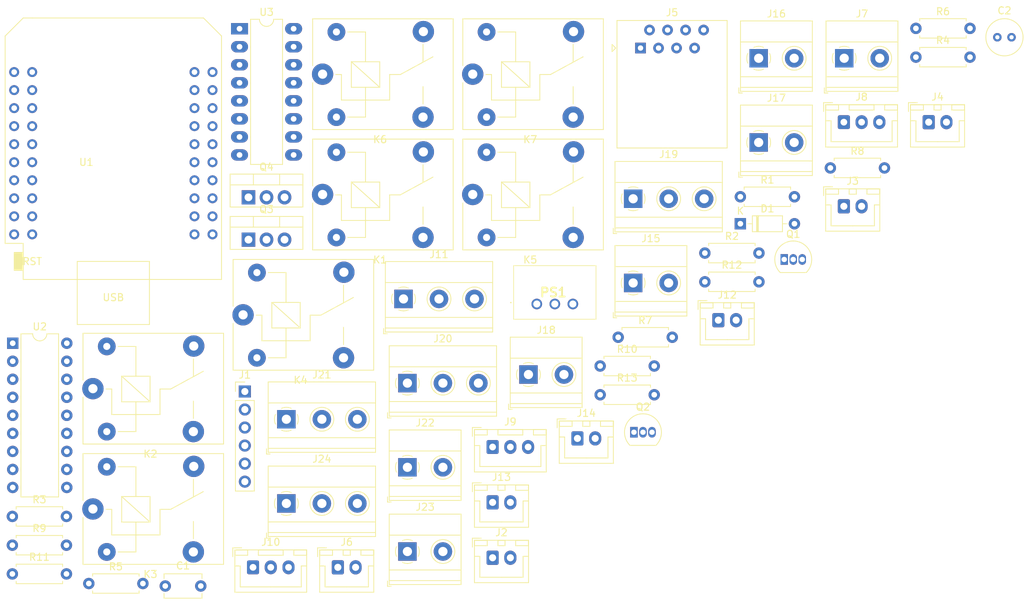
<source format=kicad_pcb>
(kicad_pcb (version 20211014) (generator pcbnew)
  (layers (0 "F.Cu" signal) (31 "B.Cu" signal) (34 "B.Paste" user) (35 "F.Paste" user) (36 "B.SilkS" user "B.Silkscreen") (37 "F.SilkS" user "F.Silkscreen") (38 "B.Mask" user) (39 "F.Mask" user) (44 "Edge.Cuts" user))
  (net 0 "")
  (net 1 "GND")
  (net 2 "VDD")
  (net 3 "12v")
  (net 4 "5v")
  (net 5 "3v3")
  (net 6 "/PWR3{slash}20")
  (net 7 "ESP_TX")
  (net 8 "ESP_RX")
  (net 9 "RTS")
  (net 10 "CTS")
  (net 11 "Button1")
  (net 12 "Button2")
  (net 13 "Button3")
  (net 14 "Button4")
  (net 15 "Temp1")
  (net 16 "Temp2")
  (net 17 "Temp3")
  (net 18 "Water1")
  (net 19 "Water2")
  (net 20 "Water3")
  (net 21 "Net-(K1-Pad2)")
  (net 22 "Net-(J15-Pad2)")
  (net 23 "Net-(K2-Pad2)")
  (net 24 "Net-(J15-Pad1)")
  (net 25 "Net-(J16-Pad2)")
  (net 26 "Net-(K3-Pad2)")
  (net 28 "Net-(J16-Pad1)")
  (net 29 "Net-(J17-Pad2)")
  (net 30 "Net-(K4-Pad2)")
  (net 32 "Net-(J17-Pad1)")
  (net 33 "Net-(J18-Pad2)")
  (net 34 "Net-(K5-Pad2)")
  (net 35 "Net-(J18-Pad1)")
  (net 36 "Net-(K6-Pad2)")
  (net 37 "Net-(J20-Pad2)")
  (net 38 "Net-(K7-Pad2)")
  (net 39 "Net-(J20-Pad1)")
  (net 40 "Relay1")
  (net 41 "Relay2")
  (net 42 "Relay3")
  (net 43 "Relay4")
  (net 44 "Relay5")
  (net 45 "Relay6")
  (net 46 "Relay7")
  (net 47 "Net-(J20-Pad3)")
  (net 78 "SDA")
  (net 79 "SCL")
  (net 82 "DISPTX")
  (net 83 "DISPRX")
  (net 84 "Net-(J21-Pad1)")
  (net 85 "Net-(J21-Pad2)")
  (net 86 "Net-(J21-Pad3)")
  (net 87 "Net-(R5-Pad2)")
  (net 88 "Net-(K5-Pad3)")
  (net 89 "Net-(K5-Pad1)")
  (net 90 "Net-(K5-Pad4)")
  (net 91 "Net-(Q1-Pad2)")
  (net 92 "Net-(Q1-Pad3)")
  (net 93 "Net-(Q2-Pad2)")
  (net 94 "Net-(Q2-Pad3)")
  (net 95 "DHT2")
  (net 96 "DHT1")
  (net 97 "LED1")
  (net 98 "LED2")
  (net 101 "Net-(Q3-Pad2)")
  (net 102 "Net-(Q4-Pad2)")
  (footprint "TerminalBlock_Phoenix:TerminalBlock_Phoenix_MKDS-1,5-2_1x02_P5.00mm_Horizontal" (layer "F.Cu") (at 188.858 48.342)
    (fp_text reference "J7" (at 2.5 -6.26) (layer "F.SilkS"))
    (fp_text value "Screw_Terminal_01x02")
    (pad "1" thru_hole rect (at 0 0) (size 2.6 2.6) (drill 1.3) (layers *.Cu *.Mask) (net 1 "GND"))
    (pad "2" thru_hole circle (at 5 0) (size 2.6 2.6) (drill 1.3) (layers *.Cu *.Mask) (net 3 "12v"))
  )
  (footprint "Resistor_THT:R_Axial_DIN0207_L6.3mm_D2.5mm_P7.62mm_Horizontal" (layer "F.Cu") (at 71.678 112.882)
    (fp_text reference "R3" (at 3.81 -2.37) (layer "F.SilkS"))
    (fp_text value "470")
    (pad "1" thru_hole circle (at 0 0) (size 1.6 1.6) (drill 0.8) (layers *.Cu *.Mask) (net 5 "3v3"))
    (pad "2" thru_hole oval (at 7.62 0) (size 1.6 1.6) (drill 0.8) (layers *.Cu *.Mask) (net 17 "Temp3"))
  )
  (footprint "TerminalBlock_Phoenix:TerminalBlock_Phoenix_MKDS-1,5-3_1x03_P5.00mm_Horizontal" (layer "F.Cu") (at 127.328 94.102)
    (fp_text reference "J20" (at 5 -6.26) (layer "F.SilkS"))
    (fp_text value "Screw_Terminal_01x03")
    (pad "1" thru_hole rect (at 0 0) (size 2.6 2.6) (drill 1.3) (layers *.Cu *.Mask) (net 39 "Net-(J20-Pad1)"))
    (pad "2" thru_hole circle (at 5 0) (size 2.6 2.6) (drill 1.3) (layers *.Cu *.Mask) (net 37 "Net-(J20-Pad2)"))
    (pad "3" thru_hole circle (at 10 0) (size 2.6 2.6) (drill 1.3) (layers *.Cu *.Mask) (net 47 "Net-(J20-Pad3)"))
  )
  (footprint "Resistor_THT:R_Axial_DIN0207_L6.3mm_D2.5mm_P7.62mm_Horizontal" (layer "F.Cu") (at 154.478 91.692)
    (fp_text reference "R10" (at 3.81 -2.37) (layer "F.SilkS"))
    (fp_text value "10k")
    (pad "1" thru_hole circle (at 0 0) (size 1.6 1.6) (drill 0.8) (layers *.Cu *.Mask) (net 97 "LED1"))
    (pad "2" thru_hole oval (at 7.62 0) (size 1.6 1.6) (drill 0.8) (layers *.Cu *.Mask) (net 91 "Net-(Q1-Pad2)"))
  )
  (footprint "Resistor_THT:R_Axial_DIN0207_L6.3mm_D2.5mm_P7.62mm_Horizontal" (layer "F.Cu") (at 157.018 87.642)
    (fp_text reference "R7" (at 3.81 -2.37) (layer "F.SilkS"))
    (fp_text value "4.7k")
    (pad "1" thru_hole circle (at 0 0) (size 1.6 1.6) (drill 0.8) (layers *.Cu *.Mask) (net 5 "3v3"))
    (pad "2" thru_hole oval (at 7.62 0) (size 1.6 1.6) (drill 0.8) (layers *.Cu *.Mask) (net 19 "Water2"))
  )
  (footprint "TerminalBlock_Phoenix:TerminalBlock_Phoenix_MKDS-1,5-3_1x03_P5.00mm_Horizontal" (layer "F.Cu") (at 159.128 68.132)
    (fp_text reference "J19" (at 5 -6.26) (layer "F.SilkS"))
    (fp_text value "Screw_Terminal_01x03")
    (pad "1" thru_hole rect (at 0 0) (size 2.6 2.6) (drill 1.3) (layers *.Cu *.Mask) (net 5 "3v3"))
    (pad "2" thru_hole circle (at 5 0) (size 2.6 2.6) (drill 1.3) (layers *.Cu *.Mask) (net 96 "DHT1"))
    (pad "3" thru_hole circle (at 10 0) (size 2.6 2.6) (drill 1.3) (layers *.Cu *.Mask) (net 1 "GND"))
  )
  (footprint "Package_TO_SOT_THT:TO-92_Inline" (layer "F.Cu") (at 159.238 101.022)
    (fp_text reference "Q2" (at 1.27 -3.56) (layer "F.SilkS"))
    (fp_text value "2N3904")
    (pad "1" thru_hole rect (at 0 0) (size 1.05 1.5) (drill 0.75) (layers *.Cu *.Mask) (net 1 "GND"))
    (pad "2" thru_hole oval (at 1.27 0) (size 1.05 1.5) (drill 0.75) (layers *.Cu *.Mask) (net 93 "Net-(Q2-Pad2)"))
    (pad "3" thru_hole oval (at 2.54 0) (size 1.05 1.5) (drill 0.75) (layers *.Cu *.Mask) (net 94 "Net-(Q2-Pad3)"))
  )
  (footprint "Package_TO_SOT_THT:TO-92_Inline" (layer "F.Cu") (at 180.408 76.682)
    (fp_text reference "Q1" (at 1.27 -3.56) (layer "F.SilkS"))
    (fp_text value "2N3904")
    (pad "1" thru_hole rect (at 0 0) (size 1.05 1.5) (drill 0.75) (layers *.Cu *.Mask) (net 1 "GND"))
    (pad "2" thru_hole oval (at 1.27 0) (size 1.05 1.5) (drill 0.75) (layers *.Cu *.Mask) (net 91 "Net-(Q1-Pad2)"))
    (pad "3" thru_hole oval (at 2.54 0) (size 1.05 1.5) (drill 0.75) (layers *.Cu *.Mask) (net 92 "Net-(Q1-Pad3)"))
  )
  (footprint "Relay_THT:Relay_SPDT_SANYOU_SRD_Series_Form_C" (layer "F.Cu") (at 115.378 50.582)
    (fp_text reference "K6" (at 8.1 9.2) (layer "F.SilkS"))
    (fp_text value "Relay")
    (pad "1" thru_hole circle (at 0 0 90) (size 3 3) (drill 1.3) (layers *.Cu *.Mask) (net 37 "Net-(J20-Pad2)"))
    (pad "2" thru_hole circle (at 1.95 6.05 90) (size 2.5 2.5) (drill 1) (layers *.Cu *.Mask) (net 36 "Net-(K6-Pad2)"))
    (pad "3" thru_hole circle (at 14.15 6.05 90) (size 3 3) (drill 1.3) (layers *.Cu *.Mask) (net 39 "Net-(J20-Pad1)"))
    (pad "4" thru_hole circle (at 14.2 -6 90) (size 3 3) (drill 1.3) (layers *.Cu *.Mask) (net 47 "Net-(J20-Pad3)"))
    (pad "5" thru_hole circle (at 1.95 -5.95 90) (size 2.5 2.5) (drill 1) (layers *.Cu *.Mask) (net 4 "5v"))
  )
  (footprint "Relay_THT:Relay_SPDT_SANYOU_SRD_Series_Form_C" (layer "F.Cu") (at 136.528 50.582)
    (fp_text reference "K7" (at 8.1 9.2) (layer "F.SilkS"))
    (fp_text value "Relay")
    (pad "1" thru_hole circle (at 0 0 90) (size 3 3) (drill 1.3) (layers *.Cu *.Mask) (net 85 "Net-(J21-Pad2)"))
    (pad "2" thru_hole circle (at 1.95 6.05 90) (size 2.5 2.5) (drill 1) (layers *.Cu *.Mask) (net 38 "Net-(K7-Pad2)"))
    (pad "3" thru_hole circle (at 14.15 6.05 90) (size 3 3) (drill 1.3) (layers *.Cu *.Mask) (net 84 "Net-(J21-Pad1)"))
    (pad "4" thru_hole circle (at 14.2 -6 90) (size 3 3) (drill 1.3) (layers *.Cu *.Mask) (net 86 "Net-(J21-Pad3)"))
    (pad "5" thru_hole circle (at 1.95 -5.95 90) (size 2.5 2.5) (drill 1) (layers *.Cu *.Mask) (net 4 "5v"))
  )
  (footprint "Resistor_THT:R_Axial_DIN0207_L6.3mm_D2.5mm_P7.62mm_Horizontal" (layer "F.Cu") (at 82.448 122.332)
    (fp_text reference "R5" (at 3.81 -2.37) (layer "F.SilkS"))
    (fp_text value "10k")
    (pad "1" thru_hole circle (at 0 0) (size 1.6 1.6) (drill 0.8) (layers *.Cu *.Mask) (net 5 "3v3"))
    (pad "2" thru_hole oval (at 7.62 0) (size 1.6 1.6) (drill 0.8) (layers *.Cu *.Mask) (net 87 "Net-(R5-Pad2)"))
  )
  (footprint "Resistor_THT:R_Axial_DIN0207_L6.3mm_D2.5mm_P7.62mm_Horizontal" (layer "F.Cu") (at 71.678 120.982)
    (fp_text reference "R11" (at 3.81 -2.37) (layer "F.SilkS"))
    (fp_text value "10k")
    (pad "1" thru_hole circle (at 0 0) (size 1.6 1.6) (drill 0.8) (layers *.Cu *.Mask) (net 98 "LED2"))
    (pad "2" thru_hole oval (at 7.62 0) (size 1.6 1.6) (drill 0.8) (layers *.Cu *.Mask) (net 93 "Net-(Q2-Pad2)"))
  )
  (footprint "Connector_JST:JST_XH_B2B-XH-A_1x02_P2.50mm_Vertical" (layer "F.Cu") (at 117.528 120.052)
    (fp_text reference "J6" (at 1.25 -3.55) (layer "F.SilkS"))
    (fp_text value "Button4")
    (pad "1" thru_hole roundrect (at 0 0) (size 1.7 2) (drill 1) (layers *.Cu *.Mask) (roundrect_rratio 0.147059) (net 1 "GND"))
    (pad "2" thru_hole oval (at 2.5 0) (size 1.7 2) (drill 1) (layers *.Cu *.Mask) (net 14 "Button4"))
  )
  (footprint "Connector_JST:JST_XH_B3B-XH-A_1x03_P2.50mm_Vertical" (layer "F.Cu") (at 188.808 57.342)
    (fp_text reference "J8" (at 2.5 -3.55) (layer "F.SilkS"))
    (fp_text value "Temp 1")
    (pad "1" thru_hole roundrect (at 0 0) (size 1.7 1.95) (drill 0.95) (layers *.Cu *.Mask) (roundrect_rratio 0.147059) (net 5 "3v3"))
    (pad "2" thru_hole oval (at 2.5 0) (size 1.7 1.95) (drill 0.95) (layers *.Cu *.Mask) (net 15 "Temp1"))
    (pad "3" thru_hole oval (at 5 0) (size 1.7 1.95) (drill 0.95) (layers *.Cu *.Mask) (net 1 "GND"))
  )
  (footprint "Capacitor_THT:C_Disc_D5.1mm_W3.2mm_P5.00mm" (layer "F.Cu") (at 93.218 122.682)
    (fp_text reference "C1" (at 2.5 -2.85) (layer "F.SilkS"))
    (fp_text value "10uF")
    (pad "1" thru_hole circle (at 0 0) (size 1.6 1.6) (drill 0.8) (layers *.Cu *.Mask) (net 3 "12v"))
    (pad "2" thru_hole circle (at 5 0) (size 1.6 1.6) (drill 0.8) (layers *.Cu *.Mask) (net 1 "GND"))
  )
  (footprint "TerminalBlock_Phoenix:TerminalBlock_Phoenix_MKDS-1,5-2_1x02_P5.00mm_Horizontal" (layer "F.Cu") (at 176.808 60.202)
    (fp_text reference "J17" (at 2.5 -6.26) (layer "F.SilkS"))
    (fp_text value "Screw_Terminal_01x02")
    (pad "1" thru_hole rect (at 0 0) (size 2.6 2.6) (drill 1.3) (layers *.Cu *.Mask) (net 32 "Net-(J17-Pad1)"))
    (pad "2" thru_hole circle (at 5 0) (size 2.6 2.6) (drill 1.3) (layers *.Cu *.Mask) (net 29 "Net-(J17-Pad2)"))
  )
  (footprint "TerminalBlock_Phoenix:TerminalBlock_Phoenix_MKDS-1,5-2_1x02_P5.00mm_Horizontal" (layer "F.Cu") (at 144.378 92.892)
    (fp_text reference "J18" (at 2.5 -6.26) (layer "F.SilkS"))
    (fp_text value "Screw_Terminal_01x02")
    (pad "1" thru_hole rect (at 0 0) (size 2.6 2.6) (drill 1.3) (layers *.Cu *.Mask) (net 35 "Net-(J18-Pad1)"))
    (pad "2" thru_hole circle (at 5 0) (size 2.6 2.6) (drill 1.3) (layers *.Cu *.Mask) (net 33 "Net-(J18-Pad2)"))
  )
  (footprint "Package_DIP:DIP-18_W7.62mm" (layer "F.Cu") (at 71.728 88.482)
    (fp_text reference "U2" (at 3.81 -2.33) (layer "F.SilkS"))
    (fp_text value "MCP23008-xP")
    (pad "1" thru_hole rect (at 0 0) (size 1.6 1.6) (drill 0.8) (layers *.Cu *.Mask) (net 79 "SCL"))
    (pad "2" thru_hole oval (at 0 2.54) (size 1.6 1.6) (drill 0.8) (layers *.Cu *.Mask) (net 78 "SDA"))
    (pad "3" thru_hole oval (at 0 5.08) (size 1.6 1.6) (drill 0.8) (layers *.Cu *.Mask) (net 1 "GND"))
    (pad "4" thru_hole oval (at 0 7.62) (size 1.6 1.6) (drill 0.8) (layers *.Cu *.Mask) (net 1 "GND"))
    (pad "5" thru_hole oval (at 0 10.16) (size 1.6 1.6) (drill 0.8) (layers *.Cu *.Mask) (net 1 "GND"))
    (pad "6" thru_hole oval (at 0 12.7) (size 1.6 1.6) (drill 0.8) (layers *.Cu *.Mask) (net 87 "Net-(R5-Pad2)"))
    (pad "7" thru_hole oval (at 0 15.24) (size 1.6 1.6) (drill 0.8) (layers *.Cu *.Mask))
    (pad "8" thru_hole oval (at 0 17.78) (size 1.6 1.6) (drill 0.8) (layers *.Cu *.Mask))
    (pad "9" thru_hole oval (at 0 20.32) (size 1.6 1.6) (drill 0.8) (layers *.Cu *.Mask) (net 1 "GND"))
    (pad "10" thru_hole oval (at 7.62 20.32) (size 1.6 1.6) (drill 0.8) (layers *.Cu *.Mask) (net 46 "Relay7"))
    (pad "11" thru_hole oval (at 7.62 17.78) (size 1.6 1.6) (drill 0.8) (layers *.Cu *.Mask) (net 45 "Relay6"))
    (pad "12" thru_hole oval (at 7.62 15.24) (size 1.6 1.6) (drill 0.8) (layers *.Cu *.Mask) (net 44 "Relay5"))
    (pad "13" thru_hole oval (at 7.62 12.7) (size 1.6 1.6) (drill 0.8) (layers *.Cu *.Mask) (net 43 "Relay4"))
    (pad "14" thru_hole oval (at 7.62 10.16) (size 1.6 1.6) (drill 0.8) (layers *.Cu *.Mask) (net 42 "Relay3"))
    (pad "15" thru_hole oval (at 7.62 7.62) (size 1.6 1.6) (drill 0.8) (layers *.Cu *.Mask) (net 41 "Relay2"))
    (pad "16" thru_hole oval (at 7.62 5.08) (size 1.6 1.6) (drill 0.8) (layers *.Cu *.Mask) (net 40 "Relay1"))
    (pad "17" thru_hole oval (at 7.62 2.54) (size 1.6 1.6) (drill 0.8) (layers *.Cu *.Mask))
    (pad "18" thru_hole oval (at 7.62 0) (size 1.6 1.6) (drill 0.8) (layers *.Cu *.Mask) (net 5 "3v3"))
  )
  (footprint "Package_TO_SOT_THT:TO-220-3_Vertical" (layer "F.Cu") (at 104.938 67.932)
    (fp_text reference "Q4" (at 2.54 -4.27) (layer "F.SilkS"))
    (fp_text value "IRF540N")
    (pad "1" thru_hole rect (at 0 0) (size 1.905 2) (drill 1.1) (layers *.Cu *.Mask) (net 94 "Net-(Q2-Pad3)"))
    (pad "2" thru_hole oval (at 2.54 0) (size 1.905 2) (drill 1.1) (layers *.Cu *.Mask) (net 102 "Net-(Q4-Pad2)"))
    (pad "3" thru_hole oval (at 5.08 0) (size 1.905 2) (drill 1.1) (layers *.Cu *.Mask) (net 1 "GND"))
  )
  (footprint "Relay_THT:Relay_SPDT_SANYOU_SRD_Series_Form_C" (layer "F.Cu") (at 115.378 67.532)
    (fp_text reference "K1" (at 8.1 9.2) (layer "F.SilkS"))
    (fp_text value "Relay")
    (pad "1" thru_hole circle (at 0 0 90) (size 3 3) (drill 1.3) (layers *.Cu *.Mask) (net 22 "Net-(J15-Pad2)"))
    (pad "2" thru_hole circle (at 1.95 6.05 90) (size 2.5 2.5) (drill 1) (layers *.Cu *.Mask) (net 21 "Net-(K1-Pad2)"))
    (pad "3" thru_hole circle (at 14.15 6.05 90) (size 3 3) (drill 1.3) (layers *.Cu *.Mask) (net 24 "Net-(J15-Pad1)"))
    (pad "4" thru_hole circle (at 14.2 -6 90) (size 3 3) (drill 1.3) (layers *.Cu *.Mask))
    (pad "5" thru_hole circle (at 1.95 -5.95 90) (size 2.5 2.5) (drill 1) (layers *.Cu *.Mask) (net 4 "5v"))
  )
  (footprint "Connector_JST:JST_XH_B2B-XH-A_1x02_P2.50mm_Vertical" (layer "F.Cu") (at 139.328 118.702)
    (fp_text reference "J2" (at 1.25 -3.55) (layer "F.SilkS"))
    (fp_text value "Button1")
    (pad "1" thru_hole roundrect (at 0 0) (size 1.7 2) (drill 1) (layers *.Cu *.Mask) (roundrect_rratio 0.147059) (net 1 "GND"))
    (pad "2" thru_hole oval (at 2.5 0) (size 1.7 2) (drill 1) (layers *.Cu *.Mask) (net 11 "Button1"))
  )
  (footprint "Connector_JST:JST_XH_B2B-XH-A_1x02_P2.50mm_Vertical" (layer "F.Cu") (at 200.758 57.342)
    (fp_text reference "J4" (at 1.25 -3.55) (layer "F.SilkS"))
    (fp_text value "Button3")
    (pad "1" thru_hole roundrect (at 0 0) (size 1.7 2) (drill 1) (layers *.Cu *.Mask) (roundrect_rratio 0.147059) (net 1 "GND"))
    (pad "2" thru_hole oval (at 2.5 0) (size 1.7 2) (drill 1) (layers *.Cu *.Mask) (net 13 "Button3"))
  )
  (footprint "Relay_THT:Relay_SPDT_SANYOU_SRD_Series_Form_C" (layer "F.Cu") (at 104.178 84.482)
    (fp_text reference "K4" (at 8.1 9.2) (layer "F.SilkS"))
    (fp_text value "Relay")
    (pad "1" thru_hole circle (at 0 0 90) (size 3 3) (drill 1.3) (layers *.Cu *.Mask) (net 33 "Net-(J18-Pad2)"))
    (pad "2" thru_hole circle (at 1.95 6.05 90) (size 2.5 2.5) (drill 1) (layers *.Cu *.Mask) (net 30 "Net-(K4-Pad2)"))
    (pad "3" thru_hole circle (at 14.15 6.05 90) (size 3 3) (drill 1.3) (layers *.Cu *.Mask) (net 35 "Net-(J18-Pad1)"))
    (pad "4" thru_hole circle (at 14.2 -6 90) (size 3 3) (drill 1.3) (layers *.Cu *.Mask))
    (pad "5" thru_hole circle (at 1.95 -5.95 90) (size 2.5 2.5) (drill 1) (layers *.Cu *.Mask) (net 4 "5v"))
  )
  (footprint "TerminalBlock_Phoenix:TerminalBlock_Phoenix_MKDS-1,5-2_1x02_P5.00mm_Horizontal" (layer "F.Cu") (at 159.128 79.992)
    (fp_text reference "J15" (at 2.5 -6.26) (layer "F.SilkS"))
    (fp_text value "Screw_Terminal_01x02")
    (pad "1" thru_hole rect (at 0 0) (size 2.6 2.6) (drill 1.3) (layers *.Cu *.Mask) (net 24 "Net-(J15-Pad1)"))
    (pad "2" thru_hole circle (at 5 0) (size 2.6 2.6) (drill 1.3) (layers *.Cu *.Mask) (net 22 "Net-(J15-Pad2)"))
  )
  (footprint "Package_DIP:DIP-16_W7.62mm_LongPads" (layer "F.Cu") (at 103.678 44.182)
    (fp_text reference "U3" (at 3.81 -2.33) (layer "F.SilkS"))
    (fp_text value "ULN2003")
    (pad "1" thru_hole rect (at 0 0) (size 2.4 1.6) (drill 0.8) (layers *.Cu *.Mask) (net 40 "Relay1"))
    (pad "2" thru_hole oval (at 0 2.54) (size 2.4 1.6) (drill 0.8) (layers *.Cu *.Mask) (net 41 "Relay2"))
    (pad "3" thru_hole oval (at 0 5.08) (size 2.4 1.6) (drill 0.8) (layers *.Cu *.Mask) (net 42 "Relay3"))
    (pad "4" thru_hole oval (at 0 7.62) (size 2.4 1.6) (drill 0.8) (layers *.Cu *.Mask) (net 43 "Relay4"))
    (pad "5" thru_hole oval (at 0 10.16) (size 2.4 1.6) (drill 0.8) (layers *.Cu *.Mask) (net 44 "Relay5"))
    (pad "6" thru_hole oval (at 0 12.7) (size 2.4 1.6) (drill 0.8) (layers *.Cu *.Mask) (net 45 "Relay6"))
    (pad "7" thru_hole oval (at 0 15.24) (size 2.4 1.6) (drill 0.8) (layers *.Cu *.Mask) (net 46 "Relay7"))
    (pad "8" thru_hole oval (at 0 17.78) (size 2.4 1.6) (drill 0.8) (layers *.Cu *.Mask) (net 1 "GND"))
    (pad "9" thru_hole oval (at 7.62 17.78) (size 2.4 1.6) (drill 0.8) (layers *.Cu *.Mask) (net 4 "5v"))
    (pad "10" thru_hole oval (at 7.62 15.24) (size 2.4 1.6) (drill 0.8) (layers *.Cu *.Mask) (net 38 "Net-(K7-Pad2)"))
    (pad "11" thru_hole oval (at 7.62 12.7) (size 2.4 1.6) (drill 0.8) (layers *.Cu *.Mask) (net 36 "Net-(K6-Pad2)"))
    (pad "12" thru_hole oval (at 7.62 10.16) (size 2.4 1.6) (drill 0.8) (layers *.Cu *.Mask) (net 34 "Net-(K5-Pad2)"))
    (pad "13" thru_hole oval (at 7.62 7.62) (size 2.4 1.6) (drill 0.8) (layers *.Cu *.Mask) (net 30 "Net-(K4-Pad2)"))
    (pad "14" thru_hole oval (at 7.62 5.08) (size 2.4 1.6) (drill 0.8) (layers *.Cu *.Mask) (net 26 "Net-(K3-Pad2)"))
    (pad "15" thru_hole oval (at 7.62 2.54) (size 2.4 1.6) (drill 0.8) (layers *.Cu *.Mask) (net 23 "Net-(K2-Pad2)"))
    (pad "16" thru_hole oval (at 7.62 0) (size 2.4 1.6) (drill 0.8) (layers *.Cu *.Mask) (net 21 "Net-(K1-Pad2)"))
  )
  (footprint "Connector_PinHeader_2.54mm:PinHeader_1x06_P2.54mm_Vertical" (layer "F.Cu") (at 104.428 95.282)
    (fp_text reference "J1" (at 0 -2.33) (layer "F.SilkS"))
    (fp_text value "Programming Header")
    (pad "1" thru_hole rect (at 0 0) (size 1.7 1.7) (drill 1) (layers *.Cu *.Mask) (net 6 "/PWR3{slash}20"))
    (pad "2" thru_hole oval (at 0 2.54) (size 1.7 1.7) (drill 1) (layers *.Cu *.Mask) (net 1 "GND"))
    (pad "3" thru_hole oval (at 0 5.08) (size 1.7 1.7) (drill 1) (layers *.Cu *.Mask) (net 7 "ESP_TX"))
    (pad "4" thru_hole oval (at 0 7.62) (size 1.7 1.7) (drill 1) (layers *.Cu *.Mask) (net 8 "ESP_RX"))
    (pad "5" thru_hole oval (at 0 10.16) (size 1.7 1.7) (drill 1) (layers *.Cu *.Mask) (net 9 "RTS"))
    (pad "6" thru_hole oval (at 0 12.7) (size 1.7 1.7) (drill 1) (layers *.Cu *.Mask) (net 10 "CTS"))
  )
  (footprint "SamacSys_Parts:K7805500R3" (layer "F.Cu") (at 145.553 82.957)
    (fp_text reference "PS1" (at 2.32 -1.625) (layer "F.SilkS") (effects (font (size 1.27 1.27) (thickness 0.254))))
    (fp_text value "K7805-500R3" hide)
    (pad "1" thru_hole circle locked (at 0 0) (size 1.5 1.5) (drill 1) (layers *.Cu *.Mask) (net 3 "12v"))
    (pad "2" thru_hole circle locked (at 2.54 0) (size 1.5 1.5) (drill 1) (layers *.Cu *.Mask) (net 1 "GND"))
    (pad "3" thru_hole circle locked (at 5.08 0) (size 1.5 1.5) (drill 1) (layers *.Cu *.Mask) (net 4 "5v"))
  )
  (footprint "ESP32_mini:ESP32_mini" (layer "F.Cu") (at 85.903 61.717)
    (fp_text reference "U1" (at -3.81 1.27) (layer "F.SilkS"))
    (fp_text value "mini_esp32")
    (fp_text user "USB" (at 0 20.32) (layer "F.SilkS"))
    (fp_text user "RST" (at -11.43 15.24) (layer "F.SilkS"))
    (pad "1" thru_hole circle locked (at -13.97 -11.43 270) (size 1.4 1.4) (drill 0.8) (layers *.Cu *.Mask) (net 1 "GND"))
    (pad "2" thru_hole circle locked (at -11.43 -11.43 270) (size 1.4 1.4) (drill 0.8) (layers *.Cu *.Mask))
    (pad "3" thru_hole circle locked (at -13.97 -8.89 270) (size 1.4 1.4) (drill 0.8) (layers *.Cu *.Mask))
    (pad "4" thru_hole circle locked (at -11.43 -8.89 270) (size 1.4 1.4) (drill 0.8) (layers *.Cu *.Mask))
    (pad "5" thru_hole circle locked (at -13.97 -6.35 270) (size 1.4 1.4) (drill 0.8) (layers *.Cu *.Mask))
    (pad "6" thru_hole circle locked (at -11.43 -6.35 270) (size 1.4 1.4) (drill 0.8) (layers *.Cu *.Mask))
    (pad "7" thru_hole circle locked (at -13.97 -3.81 270) (size 1.4 1.4) (drill 0.8) (layers *.Cu *.Mask))
    (pad "8" thru_hole circle locked (at -11.43 -3.81 270) (size 1.4 1.4) (drill 0.8) (layers *.Cu *.Mask))
    (pad "9" thru_hole circle locked (at -13.97 -1.27 270) (size 1.4 1.4) (drill 0.8) (layers *.Cu *.Mask))
    (pad "10" thru_hole circle locked (at -11.43 -1.27 270) (size 1.4 1.4) (drill 0.8) (layers *.Cu *.Mask))
    (pad "11" thru_hole circle locked (at -13.97 1.27 270) (size 1.4 1.4) (drill 0.8) (layers *.Cu *.Mask))
    (pad "12" thru_hole circle locked (at -11.43 1.27 270) (size 1.4 1.4) (drill 0.8) (layers *.Cu *.Mask))
    (pad "13" thru_hole circle locked (at -13.97 3.81 270) (size 1.4 1.4) (drill 0.8) (layers *.Cu *.Mask))
    (pad "14" thru_hole circle locked (at -11.43 3.81 270) (size 1.4 1.4) (drill 0.8) (layers *.Cu *.Mask))
    (pad "15" thru_hole circle locked (at -13.97 6.35 270) (size 1.4 1.4) (drill 0.8) (layers *.Cu *.Mask))
    (pad "16" thru_hole circle locked (at -11.43 6.35 270) (size 1.4 1.4) (drill 0.8) (layers *.Cu *.Mask) (net 5 "3v3"))
    (pad "17" thru_hole circle locked (at -13.97 8.89 270) (size 1.4 1.4) (drill 0.8) (layers *.Cu *.Mask))
    (pad "18" thru_hole circle locked (at -11.43 8.89 270) (size 1.4 1.4) (drill 0.8) (layers *.Cu *.Mask))
    (pad "19" thru_hole circle locked (at -13.97 11.43 270) (size 1.4 1.4) (drill 0.8) (layers *.Cu *.Mask))
    (pad "20" thru_hole circle locked (at -11.43 11.43 270) (size 1.4 1.4) (drill 0.8) (layers *.Cu *.Mask))
    (pad "21" thru_hole circle locked (at 11.43 -11.43 270) (size 1.4 1.4) (drill 0.8) (layers *.Cu *.Mask) (net 7 "ESP_TX"))
    (pad "22" thru_hole circle locked (at 13.97 -11.43 270) (size 1.4 1.4) (drill 0.8) (layers *.Cu *.Mask) (net 1 "GND"))
    (pad "23" thru_hole circle locked (at 11.43 -8.89 270) (size 1.4 1.4) (drill 0.8) (layers *.Cu *.Mask) (net 8 "ESP_RX"))
    (pad "24" thru_hole circle locked (at 13.97 -8.89 270) (size 1.4 1.4) (drill 0.8) (layers *.Cu *.Mask))
    (pad "25" thru_hole circle locked (at 11.43 -6.35 270) (size 1.4 1.4) (drill 0.8) (layers *.Cu *.Mask) (net 79 "SCL"))
    (pad "26" thru_hole circle locked (at 13.97 -6.35 270) (size 1.4 1.4) (drill 0.8) (layers *.Cu *.Mask))
    (pad "27" thru_hole circle locked (at 11.43 -3.81 270) (size 1.4 1.4) (drill 0.8) (layers *.Cu *.Mask) (net 78 "SDA"))
    (pad "28" thru_hole circle locked (at 13.97 -3.81 270) (size 1.4 1.4) (drill 0.8) (layers *.Cu *.Mask))
    (pad "29" thru_hole circle locked (at 11.43 -1.27 270) (size 1.4 1.4) (drill 0.8) (layers *.Cu *.Mask) (net 82 "DISPTX"))
    (pad "30" thru_hole circle locked (at 13.97 -1.27 270) (size 1.4 1.4) (drill 0.8) (layers *.Cu *.Mask))
    (pad "31" thru_hole circle locked (at 11.43 1.27 270) (size 1.4 1.4) (drill 0.8) (layers *.Cu *.Mask) (net 83 "DISPRX"))
    (pad "32" thru_hole circle locked (at 13.97 1.27 270) (size 1.4 1.4) (drill 0.8) (layers *.Cu *.Mask))
    (pad "33" thru_hole circle locked (at 11.43 3.81 270) (size 1.4 1.4) (drill 0.8) (layers *.Cu *.Mask) (net 1 "GND"))
    (pad "34" thru_hole circle locked (at 13.97 3.81 270) (size 1.4 1.4) (drill 0.8) (layers *.Cu *.Mask))
    (pad "35" thru_hole circle locked (at 11.43 6.35 270) (size 1.4 1.4) (drill 0.8) (layers *.Cu *.Mask) (net 4 "5v"))
    (pad "36" thru_hole circle locked (at 13.97 6.35 270) (size 1.4 1.4) (drill 0.8) (layers *.Cu *.Mask))
    (pad "37" thru_hole circle locked (at 11.43 8.89 270) (size 1.4 1.4) (drill 0.8) (layers *.Cu *.Mask))
    (pad "38" thru_hole circle locked (at 13.97 8.89 270) (size 1.4 1.4) (drill 0.8) (layers *.Cu *.Mask))
    (pad "39" thru_hole circle locked (at 11.43 11.43 270) (size 1.4 1.4) (drill 0.8) (layers *.Cu *.Mask))
    (pad "40" thru_hole circle locked (at 13.97 11.43 270) (size 1.4 1.4) (drill 0.8) (layers *.Cu *.Mask))
  )
  (footprint "TerminalBlock_Phoenix:TerminalBlock_Phoenix_MKDS-1,5-3_1x03_P5.00mm_Horizontal" (layer "F.Cu") (at 110.278 111.052)
    (fp_text reference "J24" (at 5 -6.26) (layer "F.SilkS"))
    (fp_text value "Screw_Terminal_01x03")
    (pad "1" thru_hole rect (at 0 0) (size 2.6 2.6) (drill 1.3) (layers *.Cu *.Mask) (net 88 "Net-(K5-Pad3)"))
    (pad "2" thru_hole circle (at 5 0) (size 2.6 2.6) (drill 1.3) (layers *.Cu *.Mask) (net 89 "Net-(K5-Pad1)"))
    (pad "3" thru_hole circle (at 10 0) (size 2.6 2.6) (drill 1.3) (layers *.Cu *.Mask) (net 90 "Net-(K5-Pad4)"))
  )
  (footprint "Connector_RJ:RJ45_Amphenol_54602-x08_Horizontal" (layer "F.Cu") (at 160.163 46.902)
    (fp_text reference "J5" (at 4.445 -5) (layer "F.SilkS"))
    (fp_text value "RJ45")
    (pad "" np_thru_hole circle (at -1.27 6.35) (size 3.2 3.2) (drill 3.2) (layers *.Cu *.Mask))
    (pad "" np_thru_hole circle (at 10.16 6.35) (size 3.2 3.2) (drill 3.2) (layers *.Cu *.Mask))
    (pad "1" thru_hole rect (at 0 0) (size 1.5 1.5) (drill 0.76) (layers *.Cu *.Mask) (net 4 "5v"))
    (pad "2" thru_hole circle (at 1.27 -2.54) (size 1.5 1.5) (drill 0.76) (layers *.Cu *.Mask) (net 4 "5v"))
    (pad "3" thru_hole circle (at 2.54 0) (size 1.5 1.5) (drill 0.76) (layers *.Cu *.Mask) (net 1 "GND"))
    (pad "4" thru_hole circle (at 3.81 -2.54) (size 1.5 1.5) (drill 0.76) (layers *.Cu *.Mask) (net 1 "GND"))
    (pad "5" thru_hole circle (at 5.08 0) (size 1.5 1.5) (drill 0.76) (layers *.Cu *.Mask) (net 82 "DISPTX"))
    (pad "6" thru_hole circle (at 6.35 -2.54) (size 1.5 1.5) (drill 0.76) (layers *.Cu *.Mask) (net 82 "DISPTX"))
    (pad "7" thru_hole circle (at 7.62 0) (size 1.5 1.5) (drill 0.76) (layers *.Cu *.Mask) (net 83 "DISPRX"))
    (pad "8" thru_hole circle (at 8.89 -2.54) (size 1.5 1.5) (drill 0.76) (layers *.Cu *.Mask) (net 83 "DISPRX"))
  )
  (footprint "Relay_THT:Relay_SPDT_SANYOU_SRD_Series_Form_C" (layer "F.Cu") (at 136.528 67.532)
    (fp_text reference "K5" (at 8.1 9.2) (layer "F.SilkS"))
    (fp_text value "Relay")
    (pad "1" thru_hole circle (at 0 0 90) (size 3 3) (drill 1.3) (layers *.Cu *.Mask) (net 89 "Net-(K5-Pad1)"))
    (pad "2" thru_hole circle (at 1.95 6.05 90) (size 2.5 2.5) (drill 1) (layers *.Cu *.Mask) (net 34 "Net-(K5-Pad2)"))
    (pad "3" thru_hole circle (at 14.15 6.05 90) (size 3 3) (drill 1.3) (layers *.Cu *.Mask) (net 88 "Net-(K5-Pad3)"))
    (pad "4" thru_hole circle (at 14.2 -6 90) (size 3 3) (drill 1.3) (layers *.Cu *.Mask) (net 90 "Net-(K5-Pad4)"))
    (pad "5" thru_hole circle (at 1.95 -5.95 90) (size 2.5 2.5) (drill 1) (layers *.Cu *.Mask) (net 4 "5v"))
  )
  (footprint "Resistor_THT:R_Axial_DIN0207_L6.3mm_D2.5mm_P7.62mm_Horizontal" (layer "F.Cu") (at 174.228 67.852)
    (fp_text reference "R1" (at 3.81 -2.37) (layer "F.SilkS"))
    (fp_text value "470")
    (pad "1" thru_hole circle (at 0 0) (size 1.6 1.6) (drill 0.8) (layers *.Cu *.Mask) (net 5 "3v3"))
    (pad "2" thru_hole oval (at 7.62 0) (size 1.6 1.6) (drill 0.8) (layers *.Cu *.Mask) (net 15 "Temp1"))
  )
  (footprint "Capacitor_THT:C_Radial_D5.0mm_H5.0mm_P2.00mm" (layer "F.Cu") (at 210.428 45.382)
    (fp_text reference "C2" (at 1 -3.75) (layer "F.SilkS"))
    (fp_text value "22uF")
    (pad "1" thru_hole circle (at 0 0) (size 1.2 1.2) (drill 0.6) (layers *.Cu *.Mask) (net 4 "5v"))
    (pad "2" thru_hole circle (at 2 0) (size 1.2 1.2) (drill 0.6) (layers *.Cu *.Mask) (net 1 "GND"))
  )
  (footprint "Connector_JST:JST_XH_B3B-XH-A_1x03_P2.50mm_Vertical" (layer "F.Cu") (at 105.578 120.052)
    (fp_text reference "J10" (at 2.5 -3.55) (layer "F.SilkS"))
    (fp_text value "Temp 3")
    (pad "1" thru_hole roundrect (at 0 0) (size 1.7 1.95) (drill 0.95) (layers *.Cu *.Mask) (roundrect_rratio 0.147059) (net 5 "3v3"))
    (pad "2" thru_hole oval (at 2.5 0) (size 1.7 1.95) (drill 0.95) (layers *.Cu *.Mask) (net 17 "Temp3"))
    (pad "3" thru_hole oval (at 5 0) (size 1.7 1.95) (drill 0.95) (layers *.Cu *.Mask) (net 1 "GND"))
  )
  (footprint "TerminalBlock_Phoenix:TerminalBlock_Phoenix_MKDS-1,5-3_1x03_P5.00mm_Horizontal" (layer "F.Cu") (at 110.278 99.192)
    (fp_text reference "J21" (at 5 -6.26) (layer "F.SilkS"))
    (fp_text value "Screw_Terminal_01x03")
    (pad "1" thru_hole rect (at 0 0) (size 2.6 2.6) (drill 1.3) (layers *.Cu *.Mask) (net 84 "Net-(J21-Pad1)"))
    (pad "2" thru_hole circle (at 5 0) (size 2.6 2.6) (drill 1.3) (layers *.Cu *.Mask) (net 85 "Net-(J21-Pad2)"))
    (pad "3" thru_hole circle (at 10 0) (size 2.6 2.6) (drill 1.3) (layers *.Cu *.Mask) (net 86 "Net-(J21-Pad3)"))
  )
  (footprint "Resistor_THT:R_Axial_DIN0207_L6.3mm_D2.5mm_P7.62mm_Horizontal" (layer "F.Cu") (at 169.228 75.782)
    (fp_text reference "R2" (at 3.81 -2.37) (layer "F.SilkS"))
    (fp_text value "470")
    (pad "1" thru_hole circle (at 0 0) (size 1.6 1.6) (drill 0.8) (layers *.Cu *.Mask) (net 5 "3v3"))
    (pad "2" thru_hole oval (at 7.62 0) (size 1.6 1.6) (drill 0.8) (layers *.Cu *.Mask) (net 16 "Temp2"))
  )
  (footprint "Package_TO_SOT_THT:TO-220-3_Vertical" (layer "F.Cu") (at 104.938 73.892)
    (fp_text reference "Q3" (at 2.54 -4.27) (layer "F.SilkS"))
    (fp_text value "IRF540N")
    (pad "1" thru_hole rect (at 0 0) (size 1.905 2) (drill 1.1) (layers *.Cu *.Mask) (net 92 "Net-(Q1-Pad3)"))
    (pad "2" thru_hole oval (at 2.54 0) (size 1.905 2) (drill 1.1) (layers *.Cu *.Mask) (net 101 "Net-(Q3-Pad2)"))
    (pad "3" thru_hole oval (at 5.08 0) (size 1.905 2) (drill 1.1) (layers *.Cu *.Mask) (net 1 "GND"))
  )
  (footprint "Connector_JST:JST_XH_B3B-XH-A_1x03_P2.50mm_Vertical" (layer "F.Cu") (at 139.328 103.102)
    (fp_text reference "J9" (at 2.5 -3.55) (layer "F.SilkS"))
    (fp_text value "Temp 2")
    (pad "1" thru_hole roundrect (at 0 0) (size 1.7 1.95) (drill 0.95) (layers *.Cu *.Mask) (roundrect_rratio 0.147059) (net 5 "3v3"))
    (pad "2" thru_hole oval (at 2.5 0) (size 1.7 1.95) (drill 0.95) (layers *.Cu *.Mask) (net 16 "Temp2"))
    (pad "3" thru_hole oval (at 5 0) (size 1.7 1.95) (drill 0.95) (layers *.Cu *.Mask) (net 1 "GND"))
  )
  (footprint "Diode_THT:D_DO-35_SOD27_P7.62mm_Horizontal" (layer "F.Cu") (at 174.228 71.652)
    (fp_text reference "D1" (at 3.81 -2.12) (layer "F.SilkS"))
    (fp_text value "1N4148")
    (fp_text user "K" (at 0 -1.8) (layer "F.SilkS"))
    (pad "1" thru_hole rect (at 0 0) (size 1.6 1.6) (drill 0.8) (layers *.Cu *.Mask) (net 2 "VDD"))
    (pad "2" thru_hole oval (at 7.62 0) (size 1.6 1.6) (drill 0.8) (layers *.Cu *.Mask) (net 6 "/PWR3{slash}20"))
  )
  (footprint "Relay_THT:Relay_SPDT_SANYOU_SRD_Series_Form_C" (layer "F.Cu") (at 83.028 94.882)
    (fp_text reference "K2" (at 8.1 9.2) (layer "F.SilkS"))
    (fp_text value "Relay")
    (pad "1" thru_hole circle (at 0 0 90) (size 3 3) (drill 1.3) (layers *.Cu *.Mask) (net 25 "Net-(J16-Pad2)"))
    (pad "2" thru_hole circle (at 1.95 6.05 90) (size 2.5 2.5) (drill 1) (layers *.Cu *.Mask) (net 23 "Net-(K2-Pad2)"))
    (pad "3" thru_hole circle (at 14.15 6.05 90) (size 3 3) (drill 1.3) (layers *.Cu *.Mask) (net 28 "Net-(J16-Pad1)"))
    (pad "4" thru_hole circle (at 14.2 -6 90) (size 3 3) (drill 1.3) (layers *.Cu *.Mask))
    (pad "5" thru_hole circle (at 1.95 -5.95 90) (size 2.5 2.5) (drill 1) (layers *.Cu *.Mask) (net 4 "5v"))
  )
  (footprint "Relay_THT:Relay_SPDT_SANYOU_SRD_Series_Form_C" (layer "F.Cu") (at 83.028 111.832)
    (fp_text reference "K3" (at 8.1 9.2) (layer "F.SilkS"))
    (fp_text value "Relay")
    (pad "1" thru_hole circle (at 0 0 90) (size 3 3) (drill 1.3) (layers *.Cu *.Mask) (net 29 "Net-(J17-Pad2)"))
    (pad "2" thru_hole circle (at 1.95 6.05 90) (size 2.5 2.5) (drill 1) (layers *.Cu *.Mask) (net 26 "Net-(K3-Pad2)"))
    (pad "3" thru_hole circle (at 14.15 6.05 90) (size 3 3) (drill 1.3) (layers *.Cu *.Mask) (net 32 "Net-(J17-Pad1)"))
    (pad "4" thru_hole circle (at 14.2 -6 90) (size 3 3) (drill 1.3) (layers *.Cu *.Mask))
    (pad "5" thru_hole circle (at 1.95 -5.95 90) (size 2.5 2.5) (drill 1) (layers *.Cu *.Mask) (net 4 "5v"))
  )
  (footprint "Resistor_THT:R_Axial_DIN0207_L6.3mm_D2.5mm_P7.62mm_Horizontal" (layer "F.Cu") (at 169.228 79.832)
    (fp_text reference "R12" (at 3.81 -2.37) (layer "F.SilkS"))
    (fp_text value "10k")
    (pad "1" thru_hole circle (at 0 0) (size 1.6 1.6) (drill 0.8) (layers *.Cu *.Mask) (net 92 "Net-(Q1-Pad3)"))
    (pad "2" thru_hole oval (at 7.62 0) (size 1.6 1.6) (drill 0.8) (layers *.Cu *.Mask) (net 101 "Net-(Q3-Pad2)"))
  )
  (footprint "TerminalBlock_Phoenix:TerminalBlock_Phoenix_MKDS-1,5-3_1x03_P5.00mm_Horizontal" (layer "F.Cu") (at 126.778 82.242)
    (fp_text reference "J11" (at 5 -6.26) (layer "F.SilkS"))
    (fp_text value "Screw_Terminal_01x03")
    (pad "1" thru_hole rect (at 0 0) (size 2.6 2.6) (drill 1.3) (layers *.Cu *.Mask) (net 5 "3v3"))
    (pad "2" thru_hole circle (at 5 0) (size 2.6 2.6) (drill 1.3) (layers *.Cu *.Mask) (net 95 "DHT2"))
    (pad "3" thru_hole circle (at 10 0) (size 2.6 2.6) (drill 1.3) (layers *.Cu *.Mask) (net 1 "GND"))
  )
  (footprint "TerminalBlock_Phoenix:TerminalBlock_Phoenix_MKDS-1,5-2_1x02_P5.00mm_Horizontal" (layer "F.Cu") (at 176.808 48.342)
    (fp_text reference "J16" (at 2.5 -6.26) (layer "F.SilkS"))
    (fp_text value "Screw_Terminal_01x02")
    (pad "1" thru_hole rect (at 0 0) (size 2.6 2.6) (drill 1.3) (layers *.Cu *.Mask) (net 28 "Net-(J16-Pad1)"))
    (pad "2" thru_hole circle (at 5 0) (size 2.6 2.6) (drill 1.3) (layers *.Cu *.Mask) (net 25 "Net-(J16-Pad2)"))
  )
  (footprint "Resistor_THT:R_Axial_DIN0207_L6.3mm_D2.5mm_P7.62mm_Horizontal" (layer "F.Cu") (at 154.478 95.742)
    (fp_text reference "R13" (at 3.81 -2.37) (layer "F.SilkS"))
    (fp_text value "10k")
    (pad "1" thru_hole circle (at 0 0) (size 1.6 1.6) (drill 0.8) (layers *.Cu *.Mask) (net 94 "Net-(Q2-Pad3)"))
    (pad "2" thru_hole oval (at 7.62 0) (size 1.6 1.6) (drill 0.8) (layers *.Cu *.Mask) (net 102 "Net-(Q4-Pad2)"))
  )
  (footprint "Connector_JST:JST_XH_B2B-XH-A_1x02_P2.50mm_Vertical" (layer "F.Cu") (at 151.278 101.892)
    (fp_text reference "J14" (at 1.25 -3.55) (layer "F.SilkS"))
    (fp_text value "Water Level Sensor")
    (pad "1" thru_hole roundrect (at 0 0) (size 1.7 2) (drill 1) (layers *.Cu *.Mask) (roundrect_rratio 0.147059) (net 20 "Water3"))
    (pad "2" thru_hole oval (at 2.5 0) (size 1.7 2) (drill 1) (layers *.Cu *.Mask) (net 1 "GND"))
  )
  (footprint "Connector_JST:JST_XH_B2B-XH-A_1x02_P2.50mm_Vertical" (layer "F.Cu") (at 139.328 110.902)
    (fp_text reference "J13" (at 1.25 -3.55) (layer "F.SilkS"))
    (fp_text value "Water Level Sensor")
    (pad "1" thru_hole roundrect (at 0 0) (size 1.7 2) (drill 1) (layers *.Cu *.Mask) (roundrect_rratio 0.147059) (net 19 "Water2"))
    (pad "2" thru_hole oval (at 2.5 0) (size 1.7 2) (drill 1) (layers *.Cu *.Mask) (net 1 "GND"))
  )
  (footprint "TerminalBlock_Phoenix:TerminalBlock_Phoenix_MKDS-1,5-2_1x02_P5.00mm_Horizontal" (layer "F.Cu") (at 127.328 105.962)
    (fp_text reference "J22" (at 2.5 -6.26) (layer "F.SilkS"))
    (fp_text value "Screw_Terminal_01x02")
    (pad "1" thru_hole rect (at 0 0) (size 2.6 2.6) (drill 1.3) (layers *.Cu *.Mask) (net 3 "12v"))
    (pad "2" thru_hole circle (at 5 0) (size 2.6 2.6) (drill 1.3) (layers *.Cu *.Mask) (net 101 "Net-(Q3-Pad2)"))
  )
  (footprint "Resistor_THT:R_Axial_DIN0207_L6.3mm_D2.5mm_P7.62mm_Horizontal" (layer "F.Cu") (at 71.678 116.932)
    (fp_text reference "R9" (at 3.81 -2.37) (layer "F.SilkS"))
    (fp_text value "10k")
    (pad "1" thru_hole circle (at 0 0) (size 1.6 1.6) (drill 0.8) (layers *.Cu *.Mask) (net 5 "3v3"))
    (pad "2" thru_hole oval (at 7.62 0) (size 1.6 1.6) (drill 0.8) (layers *.Cu *.Mask) (net 96 "DHT1"))
  )
  (footprint "Resistor_THT:R_Axial_DIN0207_L6.3mm_D2.5mm_P7.62mm_Horizontal" (layer "F.Cu") (at 186.908 63.792)
    (fp_text reference "R8" (at 3.81 -2.37) (layer "F.SilkS"))
    (fp_text value "4.7k")
    (pad "1" thru_hole circle (at 0 0) (size 1.6 1.6) (drill 0.8) (layers *.Cu *.Mask) (net 5 "3v3"))
    (pad "2" thru_hole oval (at 7.62 0) (size 1.6 1.6) (drill 0.8) (layers *.Cu *.Mask) (net 20 "Water3"))
  )
  (footprint "Resistor_THT:R_Axial_DIN0207_L6.3mm_D2.5mm_P7.62mm_Horizontal" (layer "F.Cu") (at 198.958 48.182)
    (fp_text reference "R4" (at 3.81 -2.37) (layer "F.SilkS"))
    (fp_text value "10k")
    (pad "1" thru_hole circle (at 0 0) (size 1.6 1.6) (drill 0.8) (layers *.Cu *.Mask) (net 5 "3v3"))
    (pad "2" thru_hole oval (at 7.62 0) (size 1.6 1.6) (drill 0.8) (layers *.Cu *.Mask) (net 95 "DHT2"))
  )
  (footprint "Resistor_THT:R_Axial_DIN0207_L6.3mm_D2.5mm_P7.62mm_Horizontal" (layer "F.Cu") (at 198.958 44.132)
    (fp_text reference "R6" (at 3.81 -2.37) (layer "F.SilkS"))
    (fp_text value "4.7k")
    (pad "1" thru_hole circle (at 0 0) (size 1.6 1.6) (drill 0.8) (layers *.Cu *.Mask) (net 5 "3v3"))
    (pad "2" thru_hole oval (at 7.62 0) (size 1.6 1.6) (drill 0.8) (layers *.Cu *.Mask) (net 18 "Water1"))
  )
  (footprint "Connector_JST:JST_XH_B2B-XH-A_1x02_P2.50mm_Vertical" (layer "F.Cu") (at 171.128 85.232)
    (fp_text reference "J12" (at 1.25 -3.55) (layer "F.SilkS"))
    (fp_text value "Water Level Sensor")
    (pad "1" thru_hole roundrect (at 0 0) (size 1.7 2) (drill 1) (layers *.Cu *.Mask) (roundrect_rratio 0.147059) (net 18 "Water1"))
    (pad "2" thru_hole oval (at 2.5 0) (size 1.7 2) (drill 1) (layers *.Cu *.Mask) (net 1 "GND"))
  )
  (footprint "TerminalBlock_Phoenix:TerminalBlock_Phoenix_MKDS-1,5-2_1x02_P5.00mm_Horizontal" (layer "F.Cu") (at 127.328 117.822)
    (fp_text reference "J23" (at 2.5 -6.26) (layer "F.SilkS"))
    (fp_text value "Screw_Terminal_01x02")
    (pad "1" thru_hole rect (at 0 0) (size 2.6 2.6) (drill 1.3) (layers *.Cu *.Mask) (net 102 "Net-(Q4-Pad2)"))
    (pad "2" thru_hole circle (at 5 0) (size 2.6 2.6) (drill 1.3) (layers *.Cu *.Mask) (net 3 "12v"))
  )
  (footprint "Connector_JST:JST_XH_B2B-XH-A_1x02_P2.50mm_Vertical" (layer "F.Cu") (at 188.808 69.192)
    (fp_text reference "J3" (at 1.25 -3.55) (layer "F.SilkS"))
    (fp_text value "Button2")
    (pad "1" thru_hole roundrect (at 0 0) (size 1.7 2) (drill 1) (layers *.Cu *.Mask) (roundrect_rratio 0.147059) (net 1 "GND"))
    (pad "2" thru_hole oval (at 2.5 0) (size 1.7 2) (drill 1) (layers *.Cu *.Mask) (net 12 "Button2"))
  )
)
</source>
